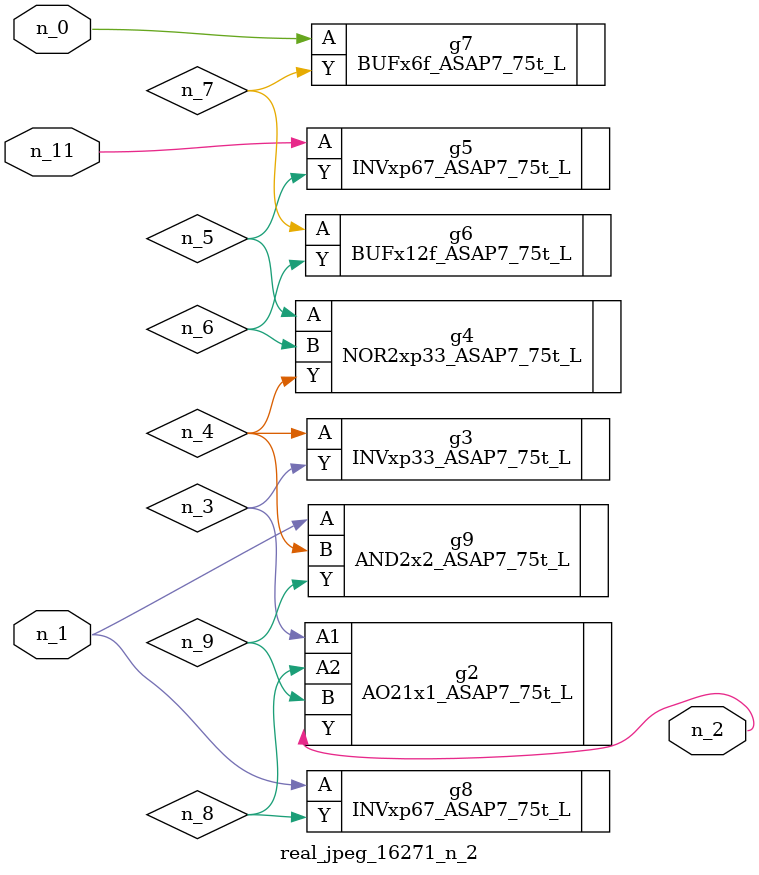
<source format=v>
module real_jpeg_16271_n_2 (n_1, n_11, n_0, n_2);

input n_1;
input n_11;
input n_0;

output n_2;

wire n_5;
wire n_8;
wire n_4;
wire n_6;
wire n_7;
wire n_3;
wire n_9;

BUFx6f_ASAP7_75t_L g7 ( 
.A(n_0),
.Y(n_7)
);

INVxp67_ASAP7_75t_L g8 ( 
.A(n_1),
.Y(n_8)
);

AND2x2_ASAP7_75t_L g9 ( 
.A(n_1),
.B(n_4),
.Y(n_9)
);

AO21x1_ASAP7_75t_L g2 ( 
.A1(n_3),
.A2(n_8),
.B(n_9),
.Y(n_2)
);

INVxp33_ASAP7_75t_L g3 ( 
.A(n_4),
.Y(n_3)
);

NOR2xp33_ASAP7_75t_L g4 ( 
.A(n_5),
.B(n_6),
.Y(n_4)
);

BUFx12f_ASAP7_75t_L g6 ( 
.A(n_7),
.Y(n_6)
);

INVxp67_ASAP7_75t_L g5 ( 
.A(n_11),
.Y(n_5)
);


endmodule
</source>
